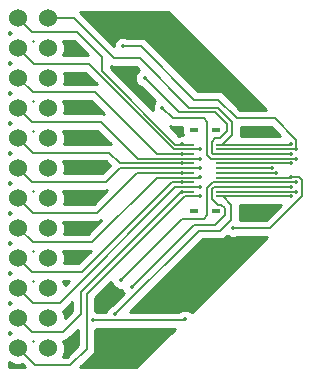
<source format=gbr>
G04 #@! TF.FileFunction,Copper,L1,Top,Signal*
%FSLAX46Y46*%
G04 Gerber Fmt 4.6, Leading zero omitted, Abs format (unit mm)*
G04 Created by KiCad (PCBNEW 4.0.4-stable) date 12/07/17 02:23:43*
%MOMM*%
%LPD*%
G01*
G04 APERTURE LIST*
%ADD10C,0.100000*%
%ADD11R,0.750000X0.300000*%
%ADD12R,0.420000X0.230000*%
%ADD13C,1.524000*%
%ADD14C,0.350000*%
%ADD15C,0.200000*%
%ADD16C,0.254000*%
G04 APERTURE END LIST*
D10*
D11*
X154350000Y-90100000D03*
X154350000Y-96920000D03*
X152500000Y-96920000D03*
X152500000Y-90100000D03*
D12*
X152335000Y-91310000D03*
X152335000Y-91710000D03*
X152335000Y-92110000D03*
X152335000Y-92510000D03*
X152335000Y-92910000D03*
X152335000Y-93310000D03*
X152335000Y-93710000D03*
X152335000Y-94110000D03*
X152335000Y-94510000D03*
X152335000Y-94910000D03*
X152335000Y-95310000D03*
X152335000Y-95710000D03*
X154515000Y-95710000D03*
X154515000Y-95310000D03*
X154515000Y-94910000D03*
X154515000Y-94510000D03*
X154515000Y-94110000D03*
X154515000Y-93710000D03*
X154515000Y-93310000D03*
X154515000Y-92910000D03*
X154515000Y-92510000D03*
X154515000Y-92110000D03*
X154515000Y-91710000D03*
X154515000Y-91310000D03*
D13*
X137600000Y-80600000D03*
X137600000Y-83140000D03*
X137600000Y-85680000D03*
X137600000Y-88220000D03*
X137600000Y-90760000D03*
X137600000Y-93300000D03*
X137600000Y-95840000D03*
X137600000Y-98380000D03*
X137600000Y-100920000D03*
X137600000Y-103460000D03*
X137600000Y-106000000D03*
X137600000Y-108540000D03*
X140140000Y-108540000D03*
X140140000Y-106000000D03*
X140140000Y-103460000D03*
X140140000Y-100920000D03*
X140140000Y-98380000D03*
X140140000Y-95840000D03*
X140140000Y-93300000D03*
X140140000Y-90760000D03*
X140140000Y-88220000D03*
X140140000Y-85680000D03*
X140140000Y-83140000D03*
X140140000Y-80600000D03*
D14*
X151500000Y-91300000D03*
X153000000Y-91700000D03*
X151500000Y-92100000D03*
X153000000Y-92500000D03*
X151500000Y-92900000D03*
X153000000Y-93300000D03*
X151500000Y-93700000D03*
X153000000Y-94100000D03*
X151500000Y-94500000D03*
X153000000Y-94900000D03*
X151500000Y-95300000D03*
X153000000Y-95700000D03*
X145800000Y-105700000D03*
X160700000Y-95700000D03*
X143900000Y-106200000D03*
X151700000Y-106100000D03*
X161100000Y-95300000D03*
X147200000Y-103400000D03*
X160700000Y-94900000D03*
X146300000Y-102800000D03*
X161100000Y-94500000D03*
X155800000Y-98400000D03*
X160700000Y-94100000D03*
X159400000Y-93700000D03*
X159100000Y-93300000D03*
X160700000Y-92900000D03*
X149800000Y-88200000D03*
X161100000Y-92500000D03*
X148300000Y-85700000D03*
X160700000Y-92100000D03*
X146500000Y-83000000D03*
X161100000Y-91700000D03*
X160700000Y-91300000D03*
D15*
X152335000Y-91310000D02*
X150910000Y-91310000D01*
X138800000Y-81800000D02*
X137600000Y-80600000D01*
X142600000Y-81800000D02*
X138800000Y-81800000D01*
X144700000Y-83900000D02*
X142600000Y-81800000D01*
X144700000Y-85100000D02*
X144700000Y-83900000D01*
X150910000Y-91310000D02*
X144700000Y-85100000D01*
X151490000Y-91310000D02*
X152335000Y-91310000D01*
X151500000Y-91300000D02*
X151490000Y-91310000D01*
X152335000Y-91710000D02*
X150810000Y-91710000D01*
X138960000Y-84500000D02*
X137600000Y-83140000D01*
X143600000Y-84500000D02*
X138960000Y-84500000D01*
X150810000Y-91710000D02*
X143600000Y-84500000D01*
X152335000Y-91710000D02*
X152990000Y-91710000D01*
X152990000Y-91710000D02*
X153000000Y-91700000D01*
X152335000Y-92110000D02*
X149310000Y-92110000D01*
X138820000Y-86900000D02*
X137600000Y-85680000D01*
X144100000Y-86900000D02*
X138820000Y-86900000D01*
X149310000Y-92110000D02*
X144100000Y-86900000D01*
X151490000Y-92110000D02*
X152335000Y-92110000D01*
X151500000Y-92100000D02*
X151490000Y-92110000D01*
X152335000Y-92510000D02*
X147710000Y-92510000D01*
X138780000Y-89400000D02*
X137600000Y-88220000D01*
X144600000Y-89400000D02*
X138780000Y-89400000D01*
X147710000Y-92510000D02*
X144600000Y-89400000D01*
X152335000Y-92510000D02*
X152990000Y-92510000D01*
X152990000Y-92510000D02*
X153000000Y-92500000D01*
X152335000Y-92910000D02*
X146210000Y-92910000D01*
X138840000Y-92000000D02*
X137600000Y-90760000D01*
X145300000Y-92000000D02*
X138840000Y-92000000D01*
X146210000Y-92910000D02*
X145300000Y-92000000D01*
X151490000Y-92910000D02*
X152335000Y-92910000D01*
X151500000Y-92900000D02*
X151490000Y-92910000D01*
X152335000Y-93310000D02*
X146190000Y-93310000D01*
X138800000Y-94500000D02*
X137600000Y-93300000D01*
X145000000Y-94500000D02*
X138800000Y-94500000D01*
X146190000Y-93310000D02*
X145000000Y-94500000D01*
X152335000Y-93310000D02*
X152990000Y-93310000D01*
X152990000Y-93310000D02*
X153000000Y-93300000D01*
X152335000Y-93710000D02*
X147690000Y-93710000D01*
X138860000Y-97100000D02*
X137600000Y-95840000D01*
X144300000Y-97100000D02*
X138860000Y-97100000D01*
X147690000Y-93710000D02*
X144300000Y-97100000D01*
X151490000Y-93710000D02*
X152335000Y-93710000D01*
X151500000Y-93700000D02*
X151490000Y-93710000D01*
X152335000Y-94110000D02*
X149310000Y-94110000D01*
X138820000Y-99600000D02*
X137600000Y-98380000D01*
X143820000Y-99600000D02*
X138820000Y-99600000D01*
X149310000Y-94110000D02*
X143820000Y-99600000D01*
X152335000Y-94110000D02*
X152990000Y-94110000D01*
X152990000Y-94110000D02*
X153000000Y-94100000D01*
X152335000Y-94510000D02*
X150590000Y-94510000D01*
X138780000Y-102100000D02*
X137600000Y-100920000D01*
X143000000Y-102100000D02*
X138780000Y-102100000D01*
X150590000Y-94510000D02*
X143000000Y-102100000D01*
X151490000Y-94510000D02*
X152335000Y-94510000D01*
X151500000Y-94500000D02*
X151490000Y-94510000D01*
X152335000Y-94910000D02*
X150890000Y-94910000D01*
X138840000Y-104700000D02*
X137600000Y-103460000D01*
X141100000Y-104700000D02*
X138840000Y-104700000D01*
X150890000Y-94910000D02*
X141100000Y-104700000D01*
X152335000Y-94910000D02*
X152990000Y-94910000D01*
X152990000Y-94910000D02*
X153000000Y-94900000D01*
X152335000Y-95310000D02*
X151390000Y-95310000D01*
X138800000Y-107200000D02*
X137600000Y-106000000D01*
X141400000Y-107200000D02*
X138800000Y-107200000D01*
X142900000Y-105700000D02*
X141400000Y-107200000D01*
X142900000Y-103800000D02*
X142900000Y-105700000D01*
X151390000Y-95310000D02*
X142900000Y-103800000D01*
X151490000Y-95310000D02*
X152335000Y-95310000D01*
X151500000Y-95300000D02*
X151490000Y-95310000D01*
X152335000Y-95710000D02*
X151690000Y-95710000D01*
X139060000Y-110000000D02*
X137600000Y-108540000D01*
X142000000Y-110000000D02*
X139060000Y-110000000D01*
X143400000Y-108600000D02*
X142000000Y-110000000D01*
X143400000Y-104000000D02*
X143400000Y-108600000D01*
X151690000Y-95710000D02*
X143400000Y-104000000D01*
X152335000Y-95710000D02*
X152990000Y-95710000D01*
X152990000Y-95710000D02*
X153000000Y-95700000D01*
X154515000Y-95710000D02*
X154910000Y-95710000D01*
X152900000Y-98600000D02*
X145800000Y-105700000D01*
X154700000Y-98600000D02*
X152900000Y-98600000D01*
X155600000Y-97700000D02*
X154700000Y-98600000D01*
X155600000Y-96400000D02*
X155600000Y-97700000D01*
X154910000Y-95710000D02*
X155600000Y-96400000D01*
X160700000Y-95700000D02*
X160690000Y-95710000D01*
X160690000Y-95710000D02*
X154515000Y-95710000D01*
X151600000Y-106200000D02*
X143900000Y-106200000D01*
X151700000Y-106100000D02*
X151600000Y-106200000D01*
X154515000Y-95310000D02*
X161090000Y-95310000D01*
X161090000Y-95310000D02*
X161100000Y-95300000D01*
X154515000Y-94910000D02*
X154190000Y-94910000D01*
X152500000Y-98100000D02*
X147200000Y-103400000D01*
X154300000Y-98100000D02*
X152500000Y-98100000D01*
X155100000Y-97300000D02*
X154300000Y-98100000D01*
X155100000Y-96700000D02*
X155100000Y-97300000D01*
X154800000Y-96400000D02*
X155100000Y-96700000D01*
X154500000Y-96400000D02*
X154800000Y-96400000D01*
X154000000Y-95900000D02*
X154500000Y-96400000D01*
X154000000Y-95100000D02*
X154000000Y-95900000D01*
X154190000Y-94910000D02*
X154000000Y-95100000D01*
X160700000Y-94900000D02*
X160690000Y-94910000D01*
X160690000Y-94910000D02*
X154515000Y-94910000D01*
X154515000Y-94510000D02*
X154090000Y-94510000D01*
X151500000Y-97600000D02*
X146300000Y-102800000D01*
X153300000Y-97600000D02*
X151500000Y-97600000D01*
X153600000Y-97300000D02*
X153300000Y-97600000D01*
X153600000Y-95000000D02*
X153600000Y-97300000D01*
X154090000Y-94510000D02*
X153600000Y-95000000D01*
X154515000Y-94510000D02*
X161090000Y-94510000D01*
X161090000Y-94510000D02*
X161100000Y-94500000D01*
X160700000Y-94100000D02*
X161400000Y-94100000D01*
X158900000Y-98400000D02*
X155800000Y-98400000D01*
X161600000Y-95700000D02*
X158900000Y-98400000D01*
X161600000Y-94300000D02*
X161600000Y-95700000D01*
X161400000Y-94100000D02*
X161600000Y-94300000D01*
X160700000Y-94100000D02*
X160690000Y-94110000D01*
X160690000Y-94110000D02*
X154515000Y-94110000D01*
X154515000Y-93710000D02*
X159390000Y-93710000D01*
X159390000Y-93710000D02*
X159400000Y-93700000D01*
X159100000Y-93300000D02*
X159090000Y-93310000D01*
X159090000Y-93310000D02*
X154515000Y-93310000D01*
X160700000Y-92900000D02*
X160690000Y-92910000D01*
X160690000Y-92910000D02*
X154515000Y-92910000D01*
X154515000Y-92510000D02*
X153910000Y-92510000D01*
X150700000Y-89100000D02*
X149800000Y-88200000D01*
X153300000Y-89100000D02*
X150700000Y-89100000D01*
X153600000Y-89400000D02*
X153300000Y-89100000D01*
X153600000Y-92200000D02*
X153600000Y-89400000D01*
X153910000Y-92510000D02*
X153600000Y-92200000D01*
X154515000Y-92510000D02*
X161090000Y-92510000D01*
X161090000Y-92510000D02*
X161100000Y-92500000D01*
X154515000Y-92110000D02*
X154110000Y-92110000D01*
X151200000Y-88600000D02*
X148300000Y-85700000D01*
X154300000Y-88600000D02*
X151200000Y-88600000D01*
X155300000Y-89600000D02*
X154300000Y-88600000D01*
X155300000Y-90200000D02*
X155300000Y-89600000D01*
X154700000Y-90800000D02*
X155300000Y-90200000D01*
X154300000Y-90800000D02*
X154700000Y-90800000D01*
X154000000Y-91100000D02*
X154300000Y-90800000D01*
X154000000Y-92000000D02*
X154000000Y-91100000D01*
X154110000Y-92110000D02*
X154000000Y-92000000D01*
X160700000Y-92100000D02*
X160690000Y-92110000D01*
X160690000Y-92110000D02*
X154515000Y-92110000D01*
X161100000Y-91000000D02*
X161100000Y-90900000D01*
X152500000Y-87500000D02*
X148000000Y-83000000D01*
X148000000Y-83000000D02*
X146500000Y-83000000D01*
X161100000Y-91000000D02*
X161100000Y-91700000D01*
X154500000Y-87500000D02*
X152500000Y-87500000D01*
X156100000Y-89100000D02*
X154500000Y-87500000D01*
X159300000Y-89100000D02*
X156100000Y-89100000D01*
X161100000Y-90900000D02*
X159300000Y-89100000D01*
X154515000Y-91710000D02*
X161090000Y-91710000D01*
X161090000Y-91710000D02*
X161100000Y-91700000D01*
X154515000Y-91310000D02*
X154890000Y-91310000D01*
X142300000Y-80600000D02*
X140140000Y-80600000D01*
X145700000Y-84000000D02*
X142300000Y-80600000D01*
X147900000Y-84000000D02*
X145700000Y-84000000D01*
X152100000Y-88200000D02*
X147900000Y-84000000D01*
X154500000Y-88200000D02*
X152100000Y-88200000D01*
X155700000Y-89400000D02*
X154500000Y-88200000D01*
X155700000Y-90500000D02*
X155700000Y-89400000D01*
X154890000Y-91310000D02*
X155700000Y-90500000D01*
X160700000Y-91300000D02*
X160690000Y-91310000D01*
X160690000Y-91310000D02*
X154515000Y-91310000D01*
D16*
G36*
X147605908Y-110190000D02*
X142849446Y-110190000D01*
X143919723Y-109119723D01*
X144079051Y-108881272D01*
X144091903Y-108816661D01*
X144135000Y-108600000D01*
X144135000Y-106979321D01*
X144242265Y-106935000D01*
X150860908Y-106935000D01*
X147605908Y-110190000D01*
X147605908Y-110190000D01*
G37*
X147605908Y-110190000D02*
X142849446Y-110190000D01*
X143919723Y-109119723D01*
X144079051Y-108881272D01*
X144091903Y-108816661D01*
X144135000Y-108600000D01*
X144135000Y-106979321D01*
X144242265Y-106935000D01*
X150860908Y-106935000D01*
X147605908Y-110190000D01*
G36*
X137320900Y-109936757D02*
X137876661Y-109937242D01*
X137934073Y-109913520D01*
X138210553Y-110190000D01*
X136810000Y-110190000D01*
X136810000Y-109724613D01*
X137320900Y-109936757D01*
X137320900Y-109936757D01*
G37*
X137320900Y-109936757D02*
X137876661Y-109937242D01*
X137934073Y-109913520D01*
X138210553Y-110190000D01*
X136810000Y-110190000D01*
X136810000Y-109724613D01*
X137320900Y-109936757D01*
G36*
X142665000Y-108295554D02*
X141695554Y-109265000D01*
X141351603Y-109265000D01*
X141536757Y-108819100D01*
X141537242Y-108263339D01*
X141401456Y-107934710D01*
X141681272Y-107879051D01*
X141919723Y-107719723D01*
X142665000Y-106974446D01*
X142665000Y-108295554D01*
X142665000Y-108295554D01*
G37*
X142665000Y-108295554D02*
X141695554Y-109265000D01*
X141351603Y-109265000D01*
X141536757Y-108819100D01*
X141537242Y-108263339D01*
X141401456Y-107934710D01*
X141681272Y-107879051D01*
X141919723Y-107719723D01*
X142665000Y-106974446D01*
X142665000Y-108295554D01*
G36*
X138870051Y-107955512D02*
X138861575Y-107935000D01*
X138878568Y-107935000D01*
X138870051Y-107955512D01*
X138870051Y-107955512D01*
G37*
X138870051Y-107955512D02*
X138861575Y-107935000D01*
X138878568Y-107935000D01*
X138870051Y-107955512D01*
G36*
X137015512Y-107269949D02*
X136810000Y-107354865D01*
X136810000Y-107184613D01*
X137015512Y-107269949D01*
X137015512Y-107269949D01*
G37*
X137015512Y-107269949D02*
X136810000Y-107354865D01*
X136810000Y-107184613D01*
X137015512Y-107269949D01*
G36*
X142165000Y-105395553D02*
X141536980Y-106023574D01*
X141537242Y-105723339D01*
X141392019Y-105371870D01*
X141619723Y-105219723D01*
X142165000Y-104674446D01*
X142165000Y-105395553D01*
X142165000Y-105395553D01*
G37*
X142165000Y-105395553D02*
X141536980Y-106023574D01*
X141537242Y-105723339D01*
X141392019Y-105371870D01*
X141619723Y-105219723D01*
X142165000Y-104674446D01*
X142165000Y-105395553D01*
G36*
X155340573Y-99086284D02*
X155638174Y-99209859D01*
X155960412Y-99210140D01*
X156142265Y-99135000D01*
X158660908Y-99135000D01*
X152270712Y-105525196D01*
X152159427Y-105413716D01*
X151861826Y-105290141D01*
X151539588Y-105289860D01*
X151241771Y-105412915D01*
X151189595Y-105465000D01*
X147074446Y-105465000D01*
X153204447Y-99335000D01*
X154700000Y-99335000D01*
X154981272Y-99279051D01*
X155219723Y-99119723D01*
X155296906Y-99042540D01*
X155340573Y-99086284D01*
X155340573Y-99086284D01*
G37*
X155340573Y-99086284D02*
X155638174Y-99209859D01*
X155960412Y-99210140D01*
X156142265Y-99135000D01*
X158660908Y-99135000D01*
X152270712Y-105525196D01*
X152159427Y-105413716D01*
X151861826Y-105290141D01*
X151539588Y-105289860D01*
X151241771Y-105412915D01*
X151189595Y-105465000D01*
X147074446Y-105465000D01*
X153204447Y-99335000D01*
X154700000Y-99335000D01*
X154981272Y-99279051D01*
X155219723Y-99119723D01*
X155296906Y-99042540D01*
X155340573Y-99086284D01*
G36*
X145489860Y-102960412D02*
X145612915Y-103258229D01*
X145840573Y-103486284D01*
X146138174Y-103609859D01*
X146410389Y-103610096D01*
X146512915Y-103858229D01*
X146557581Y-103902973D01*
X145522184Y-104938370D01*
X145341771Y-105012915D01*
X145113716Y-105240573D01*
X145020526Y-105465000D01*
X144242106Y-105465000D01*
X144135000Y-105420526D01*
X144135000Y-104304446D01*
X145489869Y-102949577D01*
X145489860Y-102960412D01*
X145489860Y-102960412D01*
G37*
X145489860Y-102960412D02*
X145612915Y-103258229D01*
X145840573Y-103486284D01*
X146138174Y-103609859D01*
X146410389Y-103610096D01*
X146512915Y-103858229D01*
X146557581Y-103902973D01*
X145522184Y-104938370D01*
X145341771Y-105012915D01*
X145113716Y-105240573D01*
X145020526Y-105465000D01*
X144242106Y-105465000D01*
X144135000Y-105420526D01*
X144135000Y-104304446D01*
X145489869Y-102949577D01*
X145489860Y-102960412D01*
G36*
X137015512Y-104729949D02*
X136810000Y-104814865D01*
X136810000Y-104644613D01*
X137015512Y-104729949D01*
X137015512Y-104729949D01*
G37*
X137015512Y-104729949D02*
X136810000Y-104814865D01*
X136810000Y-104644613D01*
X137015512Y-104729949D01*
G36*
X141537207Y-103223347D02*
X141537242Y-103183339D01*
X141393312Y-102835000D01*
X141925554Y-102835000D01*
X141537207Y-103223347D01*
X141537207Y-103223347D01*
G37*
X141537207Y-103223347D02*
X141537242Y-103183339D01*
X141393312Y-102835000D01*
X141925554Y-102835000D01*
X141537207Y-103223347D01*
G36*
X138870051Y-102875512D02*
X138853312Y-102835000D01*
X138886873Y-102835000D01*
X138870051Y-102875512D01*
X138870051Y-102875512D01*
G37*
X138870051Y-102875512D02*
X138853312Y-102835000D01*
X138886873Y-102835000D01*
X138870051Y-102875512D01*
G36*
X137015512Y-102189949D02*
X136810000Y-102274865D01*
X136810000Y-102104613D01*
X137015512Y-102189949D01*
X137015512Y-102189949D01*
G37*
X137015512Y-102189949D02*
X136810000Y-102274865D01*
X136810000Y-102104613D01*
X137015512Y-102189949D01*
G36*
X142695554Y-101365000D02*
X141467869Y-101365000D01*
X141536757Y-101199100D01*
X141537242Y-100643339D01*
X141409839Y-100335000D01*
X143725554Y-100335000D01*
X142695554Y-101365000D01*
X142695554Y-101365000D01*
G37*
X142695554Y-101365000D02*
X141467869Y-101365000D01*
X141536757Y-101199100D01*
X141537242Y-100643339D01*
X141409839Y-100335000D01*
X143725554Y-100335000D01*
X142695554Y-101365000D01*
G36*
X138870051Y-100335512D02*
X138869839Y-100335000D01*
X138870264Y-100335000D01*
X138870051Y-100335512D01*
X138870051Y-100335512D01*
G37*
X138870051Y-100335512D02*
X138869839Y-100335000D01*
X138870264Y-100335000D01*
X138870051Y-100335512D01*
G36*
X137015512Y-99649949D02*
X136810000Y-99734865D01*
X136810000Y-99564613D01*
X137015512Y-99649949D01*
X137015512Y-99649949D01*
G37*
X137015512Y-99649949D02*
X136810000Y-99734865D01*
X136810000Y-99564613D01*
X137015512Y-99649949D01*
G36*
X143515554Y-98865000D02*
X141451260Y-98865000D01*
X141536757Y-98659100D01*
X141537242Y-98103339D01*
X141426367Y-97835000D01*
X144300000Y-97835000D01*
X144581272Y-97779051D01*
X144642241Y-97738313D01*
X143515554Y-98865000D01*
X143515554Y-98865000D01*
G37*
X143515554Y-98865000D02*
X141451260Y-98865000D01*
X141536757Y-98659100D01*
X141537242Y-98103339D01*
X141426367Y-97835000D01*
X144300000Y-97835000D01*
X144581272Y-97779051D01*
X144642241Y-97738313D01*
X143515554Y-98865000D01*
G36*
X158595554Y-97665000D02*
X156335000Y-97665000D01*
X156335000Y-96445000D01*
X159815553Y-96445000D01*
X158595554Y-97665000D01*
X158595554Y-97665000D01*
G37*
X158595554Y-97665000D02*
X156335000Y-97665000D01*
X156335000Y-96445000D01*
X159815553Y-96445000D01*
X158595554Y-97665000D01*
G36*
X137015512Y-97109949D02*
X136810000Y-97194865D01*
X136810000Y-97024613D01*
X137015512Y-97109949D01*
X137015512Y-97109949D01*
G37*
X137015512Y-97109949D02*
X136810000Y-97194865D01*
X136810000Y-97024613D01*
X137015512Y-97109949D01*
G36*
X143995554Y-96365000D02*
X141434651Y-96365000D01*
X141536757Y-96119100D01*
X141537242Y-95563339D01*
X141401575Y-95235000D01*
X145000000Y-95235000D01*
X145156729Y-95203824D01*
X143995554Y-96365000D01*
X143995554Y-96365000D01*
G37*
X143995554Y-96365000D02*
X141434651Y-96365000D01*
X141536757Y-96119100D01*
X141537242Y-95563339D01*
X141401575Y-95235000D01*
X145000000Y-95235000D01*
X145156729Y-95203824D01*
X143995554Y-96365000D01*
G36*
X138870051Y-95255512D02*
X138861575Y-95235000D01*
X138878568Y-95235000D01*
X138870051Y-95255512D01*
X138870051Y-95255512D01*
G37*
X138870051Y-95255512D02*
X138861575Y-95235000D01*
X138878568Y-95235000D01*
X138870051Y-95255512D01*
G36*
X137015512Y-94569949D02*
X136810000Y-94654865D01*
X136810000Y-94484613D01*
X137015512Y-94569949D01*
X137015512Y-94569949D01*
G37*
X137015512Y-94569949D02*
X136810000Y-94654865D01*
X136810000Y-94484613D01*
X137015512Y-94569949D01*
G36*
X145360553Y-93100000D02*
X144695554Y-93765000D01*
X141459565Y-93765000D01*
X141536757Y-93579100D01*
X141537242Y-93023339D01*
X141418103Y-92735000D01*
X144995554Y-92735000D01*
X145360553Y-93100000D01*
X145360553Y-93100000D01*
G37*
X145360553Y-93100000D02*
X144695554Y-93765000D01*
X141459565Y-93765000D01*
X141536757Y-93579100D01*
X141537242Y-93023339D01*
X141418103Y-92735000D01*
X144995554Y-92735000D01*
X145360553Y-93100000D01*
G36*
X137015512Y-92029949D02*
X136810000Y-92114865D01*
X136810000Y-91944613D01*
X137015512Y-92029949D01*
X137015512Y-92029949D01*
G37*
X137015512Y-92029949D02*
X136810000Y-92114865D01*
X136810000Y-91944613D01*
X137015512Y-92029949D01*
G36*
X145456729Y-91296176D02*
X145300000Y-91265000D01*
X141442955Y-91265000D01*
X141536757Y-91039100D01*
X141537242Y-90483339D01*
X141393312Y-90135000D01*
X144295554Y-90135000D01*
X145456729Y-91296176D01*
X145456729Y-91296176D01*
G37*
X145456729Y-91296176D02*
X145300000Y-91265000D01*
X141442955Y-91265000D01*
X141536757Y-91039100D01*
X141537242Y-90483339D01*
X141393312Y-90135000D01*
X144295554Y-90135000D01*
X145456729Y-91296176D01*
G36*
X159735553Y-90575000D02*
X156420081Y-90575000D01*
X156435000Y-90500000D01*
X156435000Y-89835000D01*
X158995554Y-89835000D01*
X159735553Y-90575000D01*
X159735553Y-90575000D01*
G37*
X159735553Y-90575000D02*
X156420081Y-90575000D01*
X156435000Y-90500000D01*
X156435000Y-89835000D01*
X158995554Y-89835000D01*
X159735553Y-90575000D01*
G36*
X150418728Y-89779051D02*
X150700000Y-89835000D01*
X151490000Y-89835000D01*
X151490000Y-89866250D01*
X151493759Y-89870009D01*
X151477560Y-89950000D01*
X151477560Y-90250000D01*
X151492793Y-90330957D01*
X151490000Y-90333750D01*
X151490000Y-90376309D01*
X151510755Y-90426416D01*
X151521838Y-90485317D01*
X151524865Y-90490022D01*
X151339588Y-90489860D01*
X151190789Y-90551342D01*
X150418034Y-89778588D01*
X150418728Y-89779051D01*
X150418728Y-89779051D01*
G37*
X150418728Y-89779051D02*
X150700000Y-89835000D01*
X151490000Y-89835000D01*
X151490000Y-89866250D01*
X151493759Y-89870009D01*
X151477560Y-89950000D01*
X151477560Y-90250000D01*
X151492793Y-90330957D01*
X151490000Y-90333750D01*
X151490000Y-90376309D01*
X151510755Y-90426416D01*
X151521838Y-90485317D01*
X151524865Y-90490022D01*
X151339588Y-90489860D01*
X151190789Y-90551342D01*
X150418034Y-89778588D01*
X150418728Y-89779051D01*
G36*
X138870051Y-90175512D02*
X138853312Y-90135000D01*
X138886873Y-90135000D01*
X138870051Y-90175512D01*
X138870051Y-90175512D01*
G37*
X138870051Y-90175512D02*
X138853312Y-90135000D01*
X138886873Y-90135000D01*
X138870051Y-90175512D01*
G36*
X137015512Y-89489949D02*
X136810000Y-89574865D01*
X136810000Y-89404613D01*
X137015512Y-89489949D01*
X137015512Y-89489949D01*
G37*
X137015512Y-89489949D02*
X136810000Y-89574865D01*
X136810000Y-89404613D01*
X137015512Y-89489949D01*
G36*
X144881967Y-88721414D02*
X144881272Y-88720949D01*
X144600000Y-88665000D01*
X141467869Y-88665000D01*
X141536757Y-88499100D01*
X141537242Y-87943339D01*
X141409839Y-87635000D01*
X143795554Y-87635000D01*
X144881967Y-88721414D01*
X144881967Y-88721414D01*
G37*
X144881967Y-88721414D02*
X144881272Y-88720949D01*
X144600000Y-88665000D01*
X141467869Y-88665000D01*
X141536757Y-88499100D01*
X141537242Y-87943339D01*
X141409839Y-87635000D01*
X143795554Y-87635000D01*
X144881967Y-88721414D01*
G36*
X158560908Y-88365000D02*
X156404447Y-88365000D01*
X155019723Y-86980277D01*
X154781272Y-86820949D01*
X154500000Y-86765000D01*
X152804447Y-86765000D01*
X148519723Y-82480277D01*
X148281272Y-82320949D01*
X148000000Y-82265000D01*
X146842106Y-82265000D01*
X146661826Y-82190141D01*
X146339588Y-82189860D01*
X146041771Y-82312915D01*
X145813716Y-82540573D01*
X145690141Y-82838174D01*
X145690043Y-82950596D01*
X142849446Y-80110000D01*
X150305908Y-80110000D01*
X158560908Y-88365000D01*
X158560908Y-88365000D01*
G37*
X158560908Y-88365000D02*
X156404447Y-88365000D01*
X155019723Y-86980277D01*
X154781272Y-86820949D01*
X154500000Y-86765000D01*
X152804447Y-86765000D01*
X148519723Y-82480277D01*
X148281272Y-82320949D01*
X148000000Y-82265000D01*
X146842106Y-82265000D01*
X146661826Y-82190141D01*
X146339588Y-82189860D01*
X146041771Y-82312915D01*
X145813716Y-82540573D01*
X145690141Y-82838174D01*
X145690043Y-82950596D01*
X142849446Y-80110000D01*
X150305908Y-80110000D01*
X158560908Y-88365000D01*
G36*
X145700000Y-84735000D02*
X147595554Y-84735000D01*
X147864201Y-85003647D01*
X147841771Y-85012915D01*
X147613716Y-85240573D01*
X147490141Y-85538174D01*
X147489860Y-85860412D01*
X147612915Y-86158229D01*
X147840573Y-86386284D01*
X148022296Y-86461742D01*
X149207503Y-87646949D01*
X149113716Y-87740573D01*
X148990141Y-88038174D01*
X148989869Y-88350422D01*
X145435000Y-84795554D01*
X145435000Y-84682288D01*
X145700000Y-84735000D01*
X145700000Y-84735000D01*
G37*
X145700000Y-84735000D02*
X147595554Y-84735000D01*
X147864201Y-85003647D01*
X147841771Y-85012915D01*
X147613716Y-85240573D01*
X147490141Y-85538174D01*
X147489860Y-85860412D01*
X147612915Y-86158229D01*
X147840573Y-86386284D01*
X148022296Y-86461742D01*
X149207503Y-87646949D01*
X149113716Y-87740573D01*
X148990141Y-88038174D01*
X148989869Y-88350422D01*
X145435000Y-84795554D01*
X145435000Y-84682288D01*
X145700000Y-84735000D01*
G36*
X138870051Y-87635512D02*
X138869839Y-87635000D01*
X138870264Y-87635000D01*
X138870051Y-87635512D01*
X138870051Y-87635512D01*
G37*
X138870051Y-87635512D02*
X138869839Y-87635000D01*
X138870264Y-87635000D01*
X138870051Y-87635512D01*
G36*
X137015512Y-86949949D02*
X136810000Y-87034865D01*
X136810000Y-86864613D01*
X137015512Y-86949949D01*
X137015512Y-86949949D01*
G37*
X137015512Y-86949949D02*
X136810000Y-87034865D01*
X136810000Y-86864613D01*
X137015512Y-86949949D01*
G36*
X144256730Y-86196176D02*
X144100000Y-86165000D01*
X141451260Y-86165000D01*
X141536757Y-85959100D01*
X141537242Y-85403339D01*
X141467686Y-85235000D01*
X143295554Y-85235000D01*
X144256730Y-86196176D01*
X144256730Y-86196176D01*
G37*
X144256730Y-86196176D02*
X144100000Y-86165000D01*
X141451260Y-86165000D01*
X141536757Y-85959100D01*
X141537242Y-85403339D01*
X141467686Y-85235000D01*
X143295554Y-85235000D01*
X144256730Y-86196176D01*
G36*
X137015512Y-84409949D02*
X136810000Y-84494865D01*
X136810000Y-84324613D01*
X137015512Y-84409949D01*
X137015512Y-84409949D01*
G37*
X137015512Y-84409949D02*
X136810000Y-84494865D01*
X136810000Y-84324613D01*
X137015512Y-84409949D01*
G36*
X143525553Y-83765000D02*
X141393127Y-83765000D01*
X141536757Y-83419100D01*
X141537242Y-82863339D01*
X141401575Y-82535000D01*
X142295554Y-82535000D01*
X143525553Y-83765000D01*
X143525553Y-83765000D01*
G37*
X143525553Y-83765000D02*
X141393127Y-83765000D01*
X141536757Y-83419100D01*
X141537242Y-82863339D01*
X141401575Y-82535000D01*
X142295554Y-82535000D01*
X143525553Y-83765000D01*
G36*
X138870051Y-82555512D02*
X138861575Y-82535000D01*
X138878568Y-82535000D01*
X138870051Y-82555512D01*
X138870051Y-82555512D01*
G37*
X138870051Y-82555512D02*
X138861575Y-82535000D01*
X138878568Y-82535000D01*
X138870051Y-82555512D01*
G36*
X137015512Y-81869949D02*
X136810000Y-81954865D01*
X136810000Y-81784613D01*
X137015512Y-81869949D01*
X137015512Y-81869949D01*
G37*
X137015512Y-81869949D02*
X136810000Y-81954865D01*
X136810000Y-81784613D01*
X137015512Y-81869949D01*
M02*

</source>
